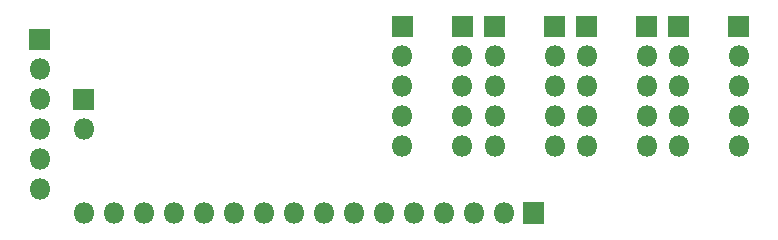
<source format=gbr>
%TF.GenerationSoftware,KiCad,Pcbnew,5.1.10-88a1d61d58~88~ubuntu20.04.1*%
%TF.CreationDate,2021-05-20T12:52:21-04:00*%
%TF.ProjectId,hexdisplay16,68657864-6973-4706-9c61-7931362e6b69,rev?*%
%TF.SameCoordinates,Original*%
%TF.FileFunction,Soldermask,Bot*%
%TF.FilePolarity,Negative*%
%FSLAX46Y46*%
G04 Gerber Fmt 4.6, Leading zero omitted, Abs format (unit mm)*
G04 Created by KiCad (PCBNEW 5.1.10-88a1d61d58~88~ubuntu20.04.1) date 2021-05-20 12:52:21*
%MOMM*%
%LPD*%
G01*
G04 APERTURE LIST*
%ADD10O,1.801600X1.801600*%
G04 APERTURE END LIST*
D10*
%TO.C,J12*%
X137380000Y-134360000D03*
X137380000Y-131820000D03*
X137380000Y-129280000D03*
X137380000Y-126740000D03*
G36*
G01*
X136479200Y-125050000D02*
X136479200Y-123350000D01*
G75*
G02*
X136530000Y-123299200I50800J0D01*
G01*
X138230000Y-123299200D01*
G75*
G02*
X138280800Y-123350000I0J-50800D01*
G01*
X138280800Y-125050000D01*
G75*
G02*
X138230000Y-125100800I-50800J0D01*
G01*
X136530000Y-125100800D01*
G75*
G02*
X136479200Y-125050000I0J50800D01*
G01*
G37*
%TD*%
%TO.C,J11*%
X132300000Y-134360000D03*
X132300000Y-131820000D03*
X132300000Y-129280000D03*
X132300000Y-126740000D03*
G36*
G01*
X131399200Y-125050000D02*
X131399200Y-123350000D01*
G75*
G02*
X131450000Y-123299200I50800J0D01*
G01*
X133150000Y-123299200D01*
G75*
G02*
X133200800Y-123350000I0J-50800D01*
G01*
X133200800Y-125050000D01*
G75*
G02*
X133150000Y-125100800I-50800J0D01*
G01*
X131450000Y-125100800D01*
G75*
G02*
X131399200Y-125050000I0J50800D01*
G01*
G37*
%TD*%
%TO.C,J22*%
G36*
G01*
X128679200Y-125050000D02*
X128679200Y-123350000D01*
G75*
G02*
X128730000Y-123299200I50800J0D01*
G01*
X130430000Y-123299200D01*
G75*
G02*
X130480800Y-123350000I0J-50800D01*
G01*
X130480800Y-125050000D01*
G75*
G02*
X130430000Y-125100800I-50800J0D01*
G01*
X128730000Y-125100800D01*
G75*
G02*
X128679200Y-125050000I0J50800D01*
G01*
G37*
X129580000Y-126740000D03*
X129580000Y-129280000D03*
X129580000Y-131820000D03*
X129580000Y-134360000D03*
%TD*%
%TO.C,J32*%
X121780000Y-134360000D03*
X121780000Y-131820000D03*
X121780000Y-129280000D03*
X121780000Y-126740000D03*
G36*
G01*
X120879200Y-125050000D02*
X120879200Y-123350000D01*
G75*
G02*
X120930000Y-123299200I50800J0D01*
G01*
X122630000Y-123299200D01*
G75*
G02*
X122680800Y-123350000I0J-50800D01*
G01*
X122680800Y-125050000D01*
G75*
G02*
X122630000Y-125100800I-50800J0D01*
G01*
X120930000Y-125100800D01*
G75*
G02*
X120879200Y-125050000I0J50800D01*
G01*
G37*
%TD*%
%TO.C,J41*%
G36*
G01*
X107999200Y-125050000D02*
X107999200Y-123350000D01*
G75*
G02*
X108050000Y-123299200I50800J0D01*
G01*
X109750000Y-123299200D01*
G75*
G02*
X109800800Y-123350000I0J-50800D01*
G01*
X109800800Y-125050000D01*
G75*
G02*
X109750000Y-125100800I-50800J0D01*
G01*
X108050000Y-125100800D01*
G75*
G02*
X107999200Y-125050000I0J50800D01*
G01*
G37*
X108900000Y-126740000D03*
X108900000Y-129280000D03*
X108900000Y-131820000D03*
X108900000Y-134360000D03*
%TD*%
%TO.C,J31*%
X116700000Y-134360000D03*
X116700000Y-131820000D03*
X116700000Y-129280000D03*
X116700000Y-126740000D03*
G36*
G01*
X115799200Y-125050000D02*
X115799200Y-123350000D01*
G75*
G02*
X115850000Y-123299200I50800J0D01*
G01*
X117550000Y-123299200D01*
G75*
G02*
X117600800Y-123350000I0J-50800D01*
G01*
X117600800Y-125050000D01*
G75*
G02*
X117550000Y-125100800I-50800J0D01*
G01*
X115850000Y-125100800D01*
G75*
G02*
X115799200Y-125050000I0J50800D01*
G01*
G37*
%TD*%
%TO.C,J42*%
G36*
G01*
X113079200Y-125050000D02*
X113079200Y-123350000D01*
G75*
G02*
X113130000Y-123299200I50800J0D01*
G01*
X114830000Y-123299200D01*
G75*
G02*
X114880800Y-123350000I0J-50800D01*
G01*
X114880800Y-125050000D01*
G75*
G02*
X114830000Y-125100800I-50800J0D01*
G01*
X113130000Y-125100800D01*
G75*
G02*
X113079200Y-125050000I0J50800D01*
G01*
G37*
X113980000Y-126740000D03*
X113980000Y-129280000D03*
X113980000Y-131820000D03*
X113980000Y-134360000D03*
%TD*%
%TO.C,J21*%
G36*
G01*
X123599200Y-125050000D02*
X123599200Y-123350000D01*
G75*
G02*
X123650000Y-123299200I50800J0D01*
G01*
X125350000Y-123299200D01*
G75*
G02*
X125400800Y-123350000I0J-50800D01*
G01*
X125400800Y-125050000D01*
G75*
G02*
X125350000Y-125100800I-50800J0D01*
G01*
X123650000Y-125100800D01*
G75*
G02*
X123599200Y-125050000I0J50800D01*
G01*
G37*
X124500000Y-126740000D03*
X124500000Y-129280000D03*
X124500000Y-131820000D03*
X124500000Y-134360000D03*
%TD*%
%TO.C,J6*%
G36*
G01*
X119150000Y-139099200D02*
X120850000Y-139099200D01*
G75*
G02*
X120900800Y-139150000I0J-50800D01*
G01*
X120900800Y-140850000D01*
G75*
G02*
X120850000Y-140900800I-50800J0D01*
G01*
X119150000Y-140900800D01*
G75*
G02*
X119099200Y-140850000I0J50800D01*
G01*
X119099200Y-139150000D01*
G75*
G02*
X119150000Y-139099200I50800J0D01*
G01*
G37*
X117460000Y-140000000D03*
X114920000Y-140000000D03*
X112380000Y-140000000D03*
X109840000Y-140000000D03*
X107300000Y-140000000D03*
X104760000Y-140000000D03*
X102220000Y-140000000D03*
X99680000Y-140000000D03*
X97140000Y-140000000D03*
X94600000Y-140000000D03*
X92060000Y-140000000D03*
X89520000Y-140000000D03*
X86980000Y-140000000D03*
X84440000Y-140000000D03*
X81900000Y-140000000D03*
%TD*%
%TO.C,J5*%
G36*
G01*
X80999200Y-131230000D02*
X80999200Y-129530000D01*
G75*
G02*
X81050000Y-129479200I50800J0D01*
G01*
X82750000Y-129479200D01*
G75*
G02*
X82800800Y-129530000I0J-50800D01*
G01*
X82800800Y-131230000D01*
G75*
G02*
X82750000Y-131280800I-50800J0D01*
G01*
X81050000Y-131280800D01*
G75*
G02*
X80999200Y-131230000I0J50800D01*
G01*
G37*
X81900000Y-132920000D03*
%TD*%
%TO.C,J7*%
G36*
G01*
X77299200Y-126150000D02*
X77299200Y-124450000D01*
G75*
G02*
X77350000Y-124399200I50800J0D01*
G01*
X79050000Y-124399200D01*
G75*
G02*
X79100800Y-124450000I0J-50800D01*
G01*
X79100800Y-126150000D01*
G75*
G02*
X79050000Y-126200800I-50800J0D01*
G01*
X77350000Y-126200800D01*
G75*
G02*
X77299200Y-126150000I0J50800D01*
G01*
G37*
X78200000Y-127840000D03*
X78200000Y-130380000D03*
X78200000Y-132920000D03*
X78200000Y-135460000D03*
X78200000Y-138000000D03*
%TD*%
M02*

</source>
